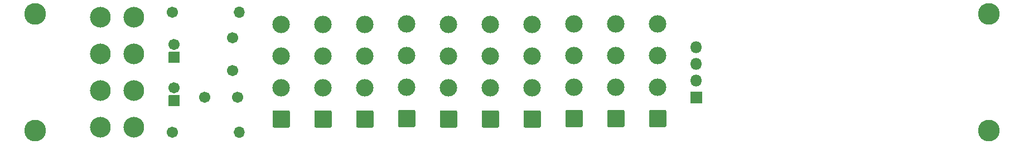
<source format=gts>
%TF.GenerationSoftware,KiCad,Pcbnew,(5.1.8-0-10_14)*%
%TF.CreationDate,2021-01-31T16:02:45+00:00*%
%TF.ProjectId,cgs-power-distrib,6367732d-706f-4776-9572-2d6469737472,v01*%
%TF.SameCoordinates,Original*%
%TF.FileFunction,Soldermask,Top*%
%TF.FilePolarity,Negative*%
%FSLAX46Y46*%
G04 Gerber Fmt 4.6, Leading zero omitted, Abs format (unit mm)*
G04 Created by KiCad (PCBNEW (5.1.8-0-10_14)) date 2021-01-31 16:02:45*
%MOMM*%
%LPD*%
G01*
G04 APERTURE LIST*
%ADD10C,2.651600*%
%ADD11C,3.301600*%
%ADD12C,1.701600*%
%ADD13C,3.149600*%
%ADD14O,1.701600X1.701600*%
%ADD15O,1.801600X1.801600*%
G04 APERTURE END LIST*
%TO.C,J4*%
G36*
G01*
X150163841Y-97337800D02*
X148032159Y-97337800D01*
G75*
G02*
X147772200Y-97077841I0J259959D01*
G01*
X147772200Y-94946159D01*
G75*
G02*
X148032159Y-94686200I259959J0D01*
G01*
X150163841Y-94686200D01*
G75*
G02*
X150423800Y-94946159I0J-259959D01*
G01*
X150423800Y-97077841D01*
G75*
G02*
X150163841Y-97337800I-259959J0D01*
G01*
G37*
D10*
X149098000Y-91212000D03*
X149098000Y-86412000D03*
X149098000Y-81612000D03*
%TD*%
%TO.C,J9*%
G36*
G01*
X143813841Y-97337800D02*
X141682159Y-97337800D01*
G75*
G02*
X141422200Y-97077841I0J259959D01*
G01*
X141422200Y-94946159D01*
G75*
G02*
X141682159Y-94686200I259959J0D01*
G01*
X143813841Y-94686200D01*
G75*
G02*
X144073800Y-94946159I0J-259959D01*
G01*
X144073800Y-97077841D01*
G75*
G02*
X143813841Y-97337800I-259959J0D01*
G01*
G37*
X142748000Y-91212000D03*
X142748000Y-86412000D03*
X142748000Y-81612000D03*
%TD*%
%TO.C,J2*%
G36*
G01*
X194613841Y-97259800D02*
X192482159Y-97259800D01*
G75*
G02*
X192222200Y-96999841I0J259959D01*
G01*
X192222200Y-94868159D01*
G75*
G02*
X192482159Y-94608200I259959J0D01*
G01*
X194613841Y-94608200D01*
G75*
G02*
X194873800Y-94868159I0J-259959D01*
G01*
X194873800Y-96999841D01*
G75*
G02*
X194613841Y-97259800I-259959J0D01*
G01*
G37*
X193548000Y-91134000D03*
X193548000Y-86334000D03*
X193548000Y-81534000D03*
%TD*%
%TO.C,J3*%
G36*
G01*
X156513841Y-97337800D02*
X154382159Y-97337800D01*
G75*
G02*
X154122200Y-97077841I0J259959D01*
G01*
X154122200Y-94946159D01*
G75*
G02*
X154382159Y-94686200I259959J0D01*
G01*
X156513841Y-94686200D01*
G75*
G02*
X156773800Y-94946159I0J-259959D01*
G01*
X156773800Y-97077841D01*
G75*
G02*
X156513841Y-97337800I-259959J0D01*
G01*
G37*
X155448000Y-91212000D03*
X155448000Y-86412000D03*
X155448000Y-81612000D03*
%TD*%
%TO.C,J5*%
G36*
G01*
X162863841Y-97259800D02*
X160732159Y-97259800D01*
G75*
G02*
X160472200Y-96999841I0J259959D01*
G01*
X160472200Y-94868159D01*
G75*
G02*
X160732159Y-94608200I259959J0D01*
G01*
X162863841Y-94608200D01*
G75*
G02*
X163123800Y-94868159I0J-259959D01*
G01*
X163123800Y-96999841D01*
G75*
G02*
X162863841Y-97259800I-259959J0D01*
G01*
G37*
X161798000Y-91134000D03*
X161798000Y-86334000D03*
X161798000Y-81534000D03*
%TD*%
%TO.C,J6*%
G36*
G01*
X169213841Y-97337800D02*
X167082159Y-97337800D01*
G75*
G02*
X166822200Y-97077841I0J259959D01*
G01*
X166822200Y-94946159D01*
G75*
G02*
X167082159Y-94686200I259959J0D01*
G01*
X169213841Y-94686200D01*
G75*
G02*
X169473800Y-94946159I0J-259959D01*
G01*
X169473800Y-97077841D01*
G75*
G02*
X169213841Y-97337800I-259959J0D01*
G01*
G37*
X168148000Y-91212000D03*
X168148000Y-86412000D03*
X168148000Y-81612000D03*
%TD*%
%TO.C,J7*%
G36*
G01*
X200963841Y-97259800D02*
X198832159Y-97259800D01*
G75*
G02*
X198572200Y-96999841I0J259959D01*
G01*
X198572200Y-94868159D01*
G75*
G02*
X198832159Y-94608200I259959J0D01*
G01*
X200963841Y-94608200D01*
G75*
G02*
X201223800Y-94868159I0J-259959D01*
G01*
X201223800Y-96999841D01*
G75*
G02*
X200963841Y-97259800I-259959J0D01*
G01*
G37*
X199898000Y-91134000D03*
X199898000Y-86334000D03*
X199898000Y-81534000D03*
%TD*%
%TO.C,J8*%
G36*
G01*
X175563841Y-97337800D02*
X173432159Y-97337800D01*
G75*
G02*
X173172200Y-97077841I0J259959D01*
G01*
X173172200Y-94946159D01*
G75*
G02*
X173432159Y-94686200I259959J0D01*
G01*
X175563841Y-94686200D01*
G75*
G02*
X175823800Y-94946159I0J-259959D01*
G01*
X175823800Y-97077841D01*
G75*
G02*
X175563841Y-97337800I-259959J0D01*
G01*
G37*
X174498000Y-91212000D03*
X174498000Y-86412000D03*
X174498000Y-81612000D03*
%TD*%
%TO.C,J10*%
G36*
G01*
X181913841Y-97337800D02*
X179782159Y-97337800D01*
G75*
G02*
X179522200Y-97077841I0J259959D01*
G01*
X179522200Y-94946159D01*
G75*
G02*
X179782159Y-94686200I259959J0D01*
G01*
X181913841Y-94686200D01*
G75*
G02*
X182173800Y-94946159I0J-259959D01*
G01*
X182173800Y-97077841D01*
G75*
G02*
X181913841Y-97337800I-259959J0D01*
G01*
G37*
X180848000Y-91212000D03*
X180848000Y-86412000D03*
X180848000Y-81612000D03*
%TD*%
%TO.C,J11*%
G36*
G01*
X188263841Y-97259800D02*
X186132159Y-97259800D01*
G75*
G02*
X185872200Y-96999841I0J259959D01*
G01*
X185872200Y-94868159D01*
G75*
G02*
X186132159Y-94608200I259959J0D01*
G01*
X188263841Y-94608200D01*
G75*
G02*
X188523800Y-94868159I0J-259959D01*
G01*
X188523800Y-96999841D01*
G75*
G02*
X188263841Y-97259800I-259959J0D01*
G01*
G37*
X187198000Y-91134000D03*
X187198000Y-86334000D03*
X187198000Y-81534000D03*
%TD*%
D11*
%TO.C,REF\u002A\u002A*%
X250190000Y-97790000D03*
%TD*%
%TO.C,REF\u002A\u002A*%
X250190000Y-80010000D03*
%TD*%
%TO.C,REF\u002A\u002A*%
X105410000Y-97790000D03*
%TD*%
%TO.C,REF\u002A\u002A*%
X105410000Y-80010000D03*
%TD*%
%TO.C,C1*%
G36*
G01*
X127292000Y-94068800D02*
X125692000Y-94068800D01*
G75*
G02*
X125641200Y-94018000I0J50800D01*
G01*
X125641200Y-92418000D01*
G75*
G02*
X125692000Y-92367200I50800J0D01*
G01*
X127292000Y-92367200D01*
G75*
G02*
X127342800Y-92418000I0J-50800D01*
G01*
X127342800Y-94018000D01*
G75*
G02*
X127292000Y-94068800I-50800J0D01*
G01*
G37*
D12*
X126492000Y-91218000D03*
%TD*%
%TO.C,C2*%
X126492000Y-84614000D03*
G36*
G01*
X127292000Y-87464800D02*
X125692000Y-87464800D01*
G75*
G02*
X125641200Y-87414000I0J50800D01*
G01*
X125641200Y-85814000D01*
G75*
G02*
X125692000Y-85763200I50800J0D01*
G01*
X127292000Y-85763200D01*
G75*
G02*
X127342800Y-85814000I0J-50800D01*
G01*
X127342800Y-87414000D01*
G75*
G02*
X127292000Y-87464800I-50800J0D01*
G01*
G37*
%TD*%
%TO.C,C3*%
X136144000Y-92710000D03*
X131144000Y-92710000D03*
%TD*%
%TO.C,C4*%
X135382000Y-83646000D03*
X135382000Y-88646000D03*
%TD*%
D13*
%TO.C,J1*%
X120396000Y-91694000D03*
X115316000Y-91694000D03*
X115316000Y-97282000D03*
X120396000Y-97282000D03*
X120396000Y-86106000D03*
X115316000Y-80518000D03*
X120396000Y-80518000D03*
X115316000Y-86106000D03*
%TD*%
D12*
%TO.C,L1*%
X126238000Y-98044000D03*
D14*
X136398000Y-98044000D03*
%TD*%
%TO.C,L2*%
X136398000Y-79756000D03*
D12*
X126238000Y-79756000D03*
%TD*%
%TO.C,J12*%
G36*
G01*
X206640800Y-91860000D02*
X206640800Y-93560000D01*
G75*
G02*
X206590000Y-93610800I-50800J0D01*
G01*
X204890000Y-93610800D01*
G75*
G02*
X204839200Y-93560000I0J50800D01*
G01*
X204839200Y-91860000D01*
G75*
G02*
X204890000Y-91809200I50800J0D01*
G01*
X206590000Y-91809200D01*
G75*
G02*
X206640800Y-91860000I0J-50800D01*
G01*
G37*
D15*
X205740000Y-90170000D03*
X205740000Y-87630000D03*
X205740000Y-85090000D03*
%TD*%
M02*

</source>
